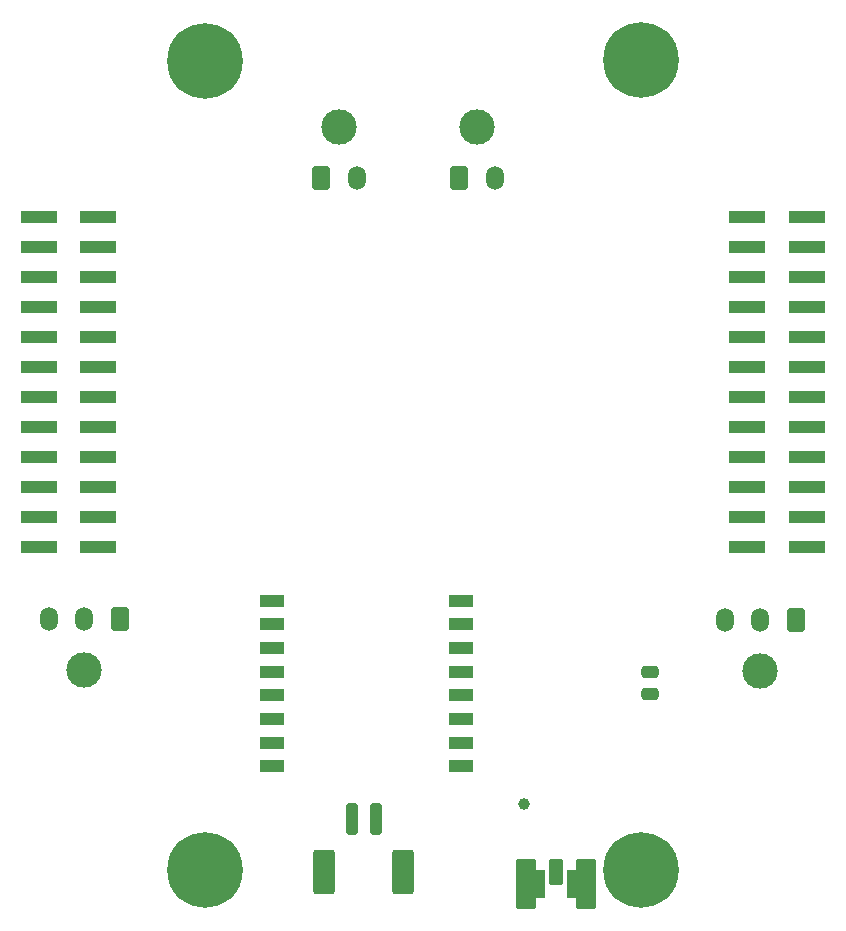
<source format=gbr>
%TF.GenerationSoftware,KiCad,Pcbnew,6.0.1*%
%TF.CreationDate,2022-02-10T22:23:25-06:00*%
%TF.ProjectId,COTS_TELEM,434f5453-5f54-4454-9c45-4d2e6b696361,rev?*%
%TF.SameCoordinates,Original*%
%TF.FileFunction,Soldermask,Top*%
%TF.FilePolarity,Negative*%
%FSLAX46Y46*%
G04 Gerber Fmt 4.6, Leading zero omitted, Abs format (unit mm)*
G04 Created by KiCad (PCBNEW 6.0.1) date 2022-02-10 22:23:25*
%MOMM*%
%LPD*%
G01*
G04 APERTURE LIST*
G04 Aperture macros list*
%AMRoundRect*
0 Rectangle with rounded corners*
0 $1 Rounding radius*
0 $2 $3 $4 $5 $6 $7 $8 $9 X,Y pos of 4 corners*
0 Add a 4 corners polygon primitive as box body*
4,1,4,$2,$3,$4,$5,$6,$7,$8,$9,$2,$3,0*
0 Add four circle primitives for the rounded corners*
1,1,$1+$1,$2,$3*
1,1,$1+$1,$4,$5*
1,1,$1+$1,$6,$7*
1,1,$1+$1,$8,$9*
0 Add four rect primitives between the rounded corners*
20,1,$1+$1,$2,$3,$4,$5,0*
20,1,$1+$1,$4,$5,$6,$7,0*
20,1,$1+$1,$6,$7,$8,$9,0*
20,1,$1+$1,$8,$9,$2,$3,0*%
G04 Aperture macros list end*
%ADD10RoundRect,0.250000X-0.475000X0.250000X-0.475000X-0.250000X0.475000X-0.250000X0.475000X0.250000X0*%
%ADD11C,3.000000*%
%ADD12RoundRect,0.250001X0.499999X0.759999X-0.499999X0.759999X-0.499999X-0.759999X0.499999X-0.759999X0*%
%ADD13O,1.500000X2.020000*%
%ADD14R,3.150000X1.000000*%
%ADD15RoundRect,0.250000X-0.250000X-1.100000X0.250000X-1.100000X0.250000X1.100000X-0.250000X1.100000X0*%
%ADD16RoundRect,0.250000X-0.650000X-1.650000X0.650000X-1.650000X0.650000X1.650000X-0.650000X1.650000X0*%
%ADD17R,2.000000X1.000000*%
%ADD18C,1.000000*%
%ADD19C,0.800000*%
%ADD20C,6.400000*%
%ADD21RoundRect,0.250001X-0.499999X-0.759999X0.499999X-0.759999X0.499999X0.759999X-0.499999X0.759999X0*%
%ADD22RoundRect,0.050800X0.508000X1.016000X-0.508000X1.016000X-0.508000X-1.016000X0.508000X-1.016000X0*%
%ADD23RoundRect,0.050800X0.762000X2.032000X-0.762000X2.032000X-0.762000X-2.032000X0.762000X-2.032000X0*%
G04 APERTURE END LIST*
%TO.C,X1*%
G36*
X10341800Y-36669000D02*
G01*
X9427400Y-36669000D01*
X9427400Y-34332200D01*
X10341800Y-34332200D01*
X10341800Y-36669000D01*
G37*
G36*
X13132600Y-36669000D02*
G01*
X12218200Y-36669000D01*
X12218200Y-34332200D01*
X13132600Y-34332200D01*
X13132600Y-36669000D01*
G37*
%TD*%
D10*
%TO.C,C1*%
X19230000Y-17560000D03*
X19230000Y-19460000D03*
%TD*%
D11*
%TO.C,J9*%
X28550000Y-17434107D03*
D12*
X31550000Y-13114107D03*
D13*
X28550000Y-13114107D03*
X25550000Y-13114107D03*
%TD*%
D14*
%TO.C,J1*%
X32525000Y-6970000D03*
X27475000Y-6970000D03*
X32525000Y-4430000D03*
X27475000Y-4430000D03*
X32525000Y-1890000D03*
X27475000Y-1890000D03*
X32525000Y650000D03*
X27475000Y650000D03*
X32525000Y3190000D03*
X27475000Y3190000D03*
X32525000Y5730000D03*
X27475000Y5730000D03*
X32525000Y8270000D03*
X27475000Y8270000D03*
X32525000Y10810000D03*
X27475000Y10810000D03*
X32525000Y13350000D03*
X27475000Y13350000D03*
X32525000Y15890000D03*
X27475000Y15890000D03*
X32525000Y18430000D03*
X27475000Y18430000D03*
X32525000Y20970000D03*
X27475000Y20970000D03*
%TD*%
D15*
%TO.C,J11*%
X-6000000Y-30000000D03*
X-4000000Y-30000000D03*
D16*
X-8350000Y-34450000D03*
X-1650000Y-34450000D03*
%TD*%
D17*
%TO.C,U1*%
X-12810000Y-11530000D03*
X-12810000Y-13530000D03*
X-12810000Y-15530000D03*
X-12810000Y-17530000D03*
X-12810000Y-19530000D03*
X-12810000Y-21530000D03*
X-12810000Y-23530000D03*
X-12810000Y-25530000D03*
X3190000Y-25530000D03*
X3190000Y-23530000D03*
X3190000Y-21530000D03*
X3190000Y-19530000D03*
X3190000Y-17530000D03*
X3190000Y-15530000D03*
X3190000Y-13530000D03*
X3190000Y-11530000D03*
%TD*%
D11*
%TO.C,J7*%
X-28660000Y-17360000D03*
D12*
X-25660000Y-13040000D03*
D13*
X-28660000Y-13040000D03*
X-31660000Y-13040000D03*
%TD*%
D18*
%TO.C,JP1*%
X8525000Y-28725000D03*
%TD*%
D19*
%TO.C,REF\u002A\u002A*%
X-16742944Y-35997056D03*
X-18440000Y-36700000D03*
X-16040000Y-34300000D03*
X-20137056Y-32602944D03*
X-16742944Y-32602944D03*
X-20840000Y-34300000D03*
X-18440000Y-31900000D03*
D20*
X-18440000Y-34300000D03*
D19*
X-20137056Y-35997056D03*
%TD*%
D11*
%TO.C,J10*%
X4590000Y28600000D03*
D21*
X3090000Y24280000D03*
D13*
X6090000Y24280000D03*
%TD*%
D11*
%TO.C,J8*%
X-7100000Y28600000D03*
D21*
X-8600000Y24280000D03*
D13*
X-5600000Y24280000D03*
%TD*%
D19*
%TO.C,REF\u002A\u002A*%
X16742944Y32552944D03*
X18440000Y31850000D03*
X20137056Y35947056D03*
X16742944Y35947056D03*
X16040000Y34250000D03*
X20137056Y32552944D03*
D20*
X18440000Y34250000D03*
D19*
X20840000Y34250000D03*
X18440000Y36650000D03*
%TD*%
D22*
%TO.C,X1*%
X11280000Y-34510000D03*
D23*
X13820000Y-35526000D03*
X8740000Y-35526000D03*
%TD*%
D20*
%TO.C,REF\u002A\u002A*%
X18450000Y-34300000D03*
D19*
X18450000Y-31900000D03*
X16752944Y-35997056D03*
X18450000Y-36700000D03*
X20850000Y-34300000D03*
X16752944Y-32602944D03*
X16050000Y-34300000D03*
X20147056Y-35997056D03*
X20147056Y-32602944D03*
%TD*%
D14*
%TO.C,J3*%
X-32525000Y20970000D03*
X-27475000Y20970000D03*
X-32525000Y18430000D03*
X-27475000Y18430000D03*
X-32525000Y15890000D03*
X-27475000Y15890000D03*
X-32525000Y13350000D03*
X-27475000Y13350000D03*
X-32525000Y10810000D03*
X-27475000Y10810000D03*
X-32525000Y8270000D03*
X-27475000Y8270000D03*
X-32525000Y5730000D03*
X-27475000Y5730000D03*
X-32525000Y3190000D03*
X-27475000Y3190000D03*
X-32525000Y650000D03*
X-27475000Y650000D03*
X-32525000Y-1890000D03*
X-27475000Y-1890000D03*
X-32525000Y-4430000D03*
X-27475000Y-4430000D03*
X-32525000Y-6970000D03*
X-27475000Y-6970000D03*
%TD*%
D19*
%TO.C,REF\u002A\u002A*%
X-18450000Y31790000D03*
D20*
X-18450000Y34190000D03*
D19*
X-16752944Y35887056D03*
X-18450000Y36590000D03*
X-20850000Y34190000D03*
X-20147056Y35887056D03*
X-16752944Y32492944D03*
X-20147056Y32492944D03*
X-16050000Y34190000D03*
%TD*%
M02*

</source>
